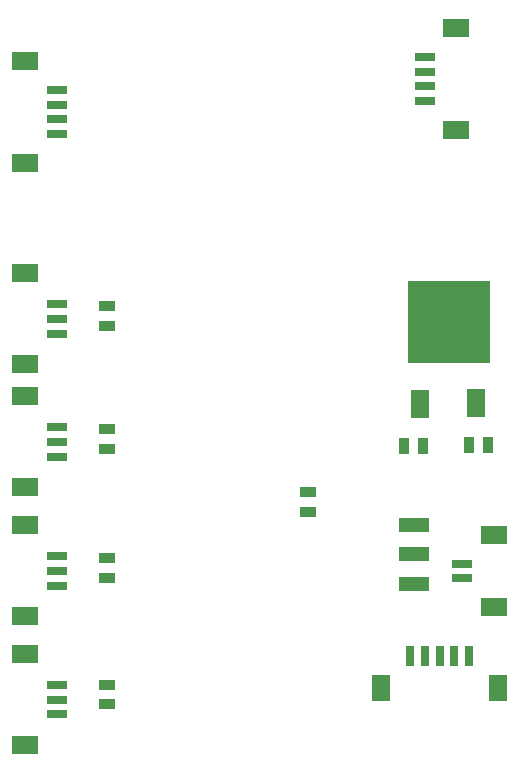
<source format=gbr>
G04 EAGLE Gerber X2 export*
%TF.Part,Single*%
%TF.FileFunction,Paste,Top*%
%TF.FilePolarity,Positive*%
%TF.GenerationSoftware,Autodesk,EAGLE,8.6.3*%
%TF.CreationDate,2018-03-05T01:58:30Z*%
G75*
%MOMM*%
%FSLAX34Y34*%
%LPD*%
%AMOC8*
5,1,8,0,0,1.08239X$1,22.5*%
G01*
%ADD10R,2.200000X1.600000*%
%ADD11R,1.800000X0.700000*%
%ADD12R,1.498600X2.489200*%
%ADD13R,7.010400X7.010400*%
%ADD14R,1.447800X0.914400*%
%ADD15R,0.914400X1.447800*%
%ADD16R,1.600000X2.200000*%
%ADD17R,0.700000X1.800000*%
%ADD18R,2.514600X1.244600*%


D10*
X777460Y230870D03*
X777460Y292370D03*
D11*
X750460Y255370D03*
X750460Y267870D03*
D12*
X762000Y403606D03*
D13*
X739140Y472440D03*
D12*
X714502Y403352D03*
D14*
X449580Y469392D03*
X449580Y485648D03*
X449580Y365252D03*
X449580Y381508D03*
X449580Y256032D03*
X449580Y272288D03*
X449580Y148590D03*
X449580Y164846D03*
D15*
X701548Y367792D03*
X717804Y367792D03*
X772668Y368300D03*
X756412Y368300D03*
D14*
X619760Y328168D03*
X619760Y311912D03*
D16*
X781020Y162340D03*
X682020Y162340D03*
D17*
X706520Y189340D03*
X719020Y189340D03*
X731520Y189340D03*
X744020Y189340D03*
X756520Y189340D03*
D11*
X407780Y487480D03*
X407780Y474980D03*
X407780Y462480D03*
D10*
X380780Y513480D03*
X380780Y436480D03*
D11*
X407780Y383340D03*
X407780Y370840D03*
X407780Y358340D03*
D10*
X380780Y409340D03*
X380780Y332340D03*
D11*
X407780Y274120D03*
X407780Y261620D03*
X407780Y249120D03*
D10*
X380780Y300120D03*
X380780Y223120D03*
D11*
X407780Y165154D03*
X407780Y152654D03*
X407780Y140154D03*
D10*
X380780Y191154D03*
X380780Y114154D03*
D18*
X709676Y275590D03*
X709676Y300482D03*
X709676Y250698D03*
D10*
X745710Y634930D03*
X745710Y721430D03*
D11*
X718710Y659430D03*
X718710Y671930D03*
X718710Y684430D03*
X718710Y696930D03*
D10*
X380780Y693490D03*
X380780Y606990D03*
D11*
X407780Y668990D03*
X407780Y656490D03*
X407780Y643990D03*
X407780Y631490D03*
M02*

</source>
